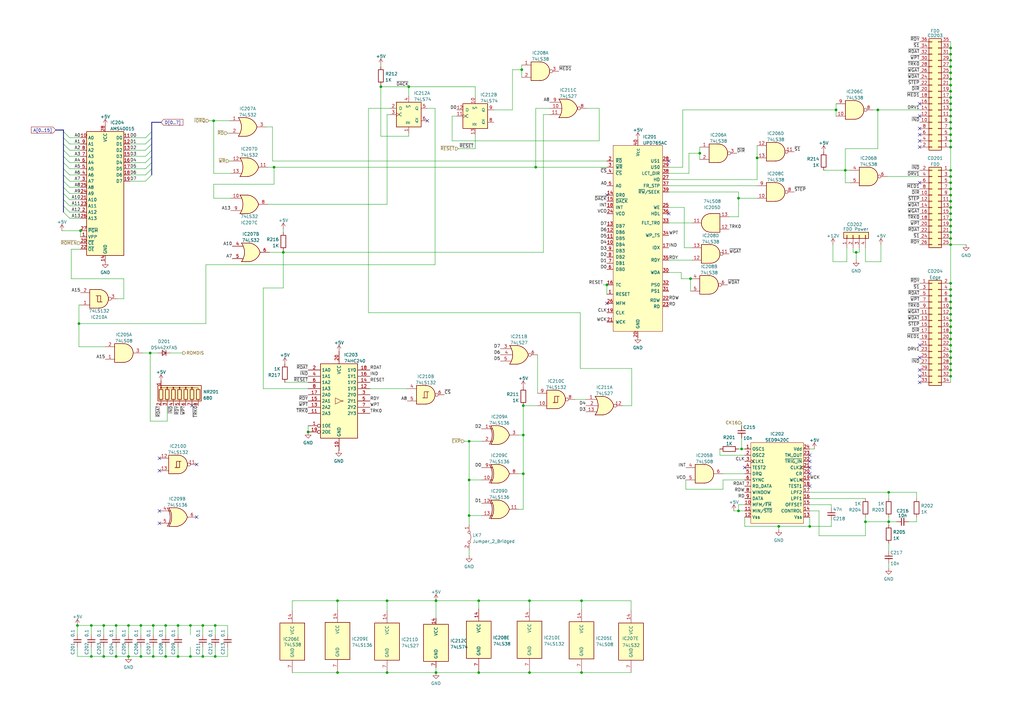
<source format=kicad_sch>
(kicad_sch (version 20230121) (generator eeschema)
  (paper "A3")
  (title_block (title "CPC6128 MC0020x disk interface") (date "2022-08-20") (rev "1") (company "Amstrad plc"))
  (junction (at 304.165 184.15))
  (junction (at 47.625 256.54))
  (junction (at 389.89 52.705))
  (junction (at 196.342 275.844))
  (junction (at 389.89 34.925))
  (junction (at 178.816 275.844))
  (junction (at 389.89 131.445))
  (junction (at 332.105 215.9))
  (junction (at 52.705 269.24))
  (junction (at 73.025 269.24))
  (junction (at 342.9 45.085))
  (junction (at 67.945 256.54))
  (junction (at 52.705 256.54))
  (junction (at 389.89 118.745))
  (junction (at 42.545 269.24))
  (junction (at 88.265 269.24))
  (junction (at 389.89 116.205))
  (junction (at 364.49 201.93))
  (junction (at 389.89 80.01))
  (junction (at 138.43 275.844))
  (junction (at 192.405 196.85))
  (junction (at 389.89 133.985))
  (junction (at 354.965 213.995))
  (junction (at 389.89 100.33))
  (junction (at 389.89 139.065))
  (junction (at 389.89 151.765))
  (junction (at 389.89 29.845))
  (junction (at 62.865 269.24))
  (junction (at 213.995 28.575))
  (junction (at 47.625 269.24))
  (junction (at 351.155 103.505))
  (junction (at 287.02 62.865))
  (junction (at 389.89 47.625))
  (junction (at 214.63 194.31))
  (junction (at 248.92 116.84))
  (junction (at 62.865 256.54))
  (junction (at 389.89 69.85))
  (junction (at 389.89 92.71))
  (junction (at 389.89 90.17))
  (junction (at 156.21 35.56))
  (junction (at 389.89 126.365))
  (junction (at 217.17 275.844))
  (junction (at 73.025 256.54))
  (junction (at 192.405 180.975))
  (junction (at 346.71 69.85))
  (junction (at 126.365 177.165))
  (junction (at 31.75 256.54))
  (junction (at 389.89 27.305))
  (junction (at 116.205 103.505))
  (junction (at 389.89 57.785))
  (junction (at 389.89 141.605))
  (junction (at 389.89 32.385))
  (junction (at 78.105 256.54))
  (junction (at 360.045 45.085))
  (junction (at 112.395 68.58))
  (junction (at 389.89 136.525))
  (junction (at 88.265 256.54))
  (junction (at 389.89 40.005))
  (junction (at 389.89 82.55))
  (junction (at 138.43 246.38))
  (junction (at 389.89 50.165))
  (junction (at 302.895 81.28))
  (junction (at 83.185 269.24))
  (junction (at 389.89 55.245))
  (junction (at 178.816 246.38))
  (junction (at 83.185 256.54))
  (junction (at 158.75 275.844))
  (junction (at 389.89 144.145))
  (junction (at 192.405 211.455))
  (junction (at 389.89 121.285))
  (junction (at 61.595 144.78))
  (junction (at 389.89 149.225))
  (junction (at 214.63 178.435))
  (junction (at 78.105 269.24))
  (junction (at 389.89 154.305))
  (junction (at 389.89 42.545))
  (junction (at 389.89 24.765))
  (junction (at 57.785 256.54))
  (junction (at 389.89 19.685))
  (junction (at 158.75 246.38))
  (junction (at 389.89 128.905))
  (junction (at 238.506 275.844))
  (junction (at 196.342 246.38))
  (junction (at 389.89 74.93))
  (junction (at 37.465 256.54))
  (junction (at 67.945 269.24))
  (junction (at 389.89 85.09))
  (junction (at 389.89 45.085))
  (junction (at 214.63 166.37))
  (junction (at 389.89 60.325))
  (junction (at 389.89 146.685))
  (junction (at 364.49 213.995))
  (junction (at 33.02 94.615))
  (junction (at 217.17 246.38))
  (junction (at 389.89 22.225))
  (junction (at 302.895 209.55))
  (junction (at 389.89 87.63))
  (junction (at 42.545 256.54))
  (junction (at 319.405 215.9))
  (junction (at 32.385 132.715))
  (junction (at 389.89 97.79))
  (junction (at 57.785 269.24))
  (junction (at 238.506 246.38))
  (junction (at 219.71 68.58))
  (junction (at 283.21 114.3))
  (junction (at 167.64 35.56))
  (junction (at 389.89 123.825))
  (junction (at 389.89 77.47))
  (junction (at 389.89 95.25))
  (junction (at 389.89 37.465))
  (junction (at 37.465 269.24))
  (junction (at 389.89 72.39))
  (junction (at 310.515 64.77))
  (junction (at 87.63 49.53))
  (no_connect (at 248.92 124.46))
  (no_connect (at 274.32 87.63))
  (no_connect (at 274.32 66.04))
  (no_connect (at 80.645 190.5))
  (no_connect (at 65.405 187.96))
  (no_connect (at 65.405 193.04))
  (no_connect (at 65.405 214.63))
  (no_connect (at 65.405 209.55))
  (no_connect (at 80.645 212.09))
  (no_connect (at 377.19 55.245))
  (no_connect (at 377.19 57.785))
  (no_connect (at 377.19 60.325))
  (no_connect (at 78.74 166.37))
  (no_connect (at 332.105 191.77))
  (no_connect (at 332.105 189.23))
  (no_connect (at 332.105 186.69))
  (no_connect (at 332.105 194.31))
  (no_connect (at 332.105 199.39))
  (no_connect (at 377.19 47.625))
  (no_connect (at 377.19 52.705))
  (no_connect (at 248.92 80.01))
  (no_connect (at 377.19 74.93))
  (no_connect (at 377.19 151.765))
  (no_connect (at 377.19 154.305))
  (no_connect (at 377.19 156.845))
  (no_connect (at 377.19 141.605))
  (no_connect (at 377.19 146.685))
  (no_connect (at 305.435 191.77))
  (no_connect (at 175.26 49.53))
  (no_connect (at 377.19 42.545))
  (bus_entry (at 26.035 59.055) (size 2.54 2.54))
  (bus_entry (at 62.23 59.055) (size -2.54 2.54))
  (bus_entry (at 26.035 53.975) (size 2.54 2.54))
  (bus_entry (at 26.035 71.755) (size 2.54 2.54))
  (bus_entry (at 62.23 69.215) (size -2.54 2.54))
  (bus_entry (at 62.23 66.675) (size -2.54 2.54))
  (bus_entry (at 26.035 84.455) (size 2.54 2.54))
  (bus_entry (at 62.23 61.595) (size -2.54 2.54))
  (bus_entry (at 26.035 69.215) (size 2.54 2.54))
  (bus_entry (at 26.035 79.375) (size 2.54 2.54))
  (bus_entry (at 62.23 71.755) (size -2.54 2.54))
  (bus_entry (at 62.23 64.135) (size -2.54 2.54))
  (bus_entry (at 26.035 86.995) (size 2.54 2.54))
  (bus_entry (at 26.035 74.295) (size 2.54 2.54))
  (bus_entry (at 26.035 66.675) (size 2.54 2.54))
  (bus_entry (at 26.035 76.835) (size 2.54 2.54))
  (bus_entry (at 26.035 61.595) (size 2.54 2.54))
  (bus_entry (at 62.23 53.975) (size -2.54 2.54))
  (bus_entry (at 26.035 64.135) (size 2.54 2.54))
  (bus_entry (at 62.23 56.515) (size -2.54 2.54))
  (bus_entry (at 26.035 56.515) (size 2.54 2.54))
  (bus_entry (at 26.035 81.915) (size 2.54 2.54))
  (wire (pts (xy 389.89 133.985) (xy 389.89 136.525)))
  (wire (pts (xy 83.185 260.35) (xy 83.185 256.54)))
  (wire (pts (xy 364.49 222.885) (xy 364.49 226.06)))
  (wire (pts (xy 48.26 122.555) (xy 50.8 122.555)))
  (wire (pts (xy 151.13 128.27) (xy 237.998 128.27)))
  (wire (pts (xy 217.17 246.38) (xy 217.17 249.682)))
  (wire (pts (xy 28.575 71.755) (xy 33.02 71.755)))
  (wire (pts (xy 212.725 194.31) (xy 214.63 194.31)))
  (wire (pts (xy 304.165 184.15) (xy 305.435 184.15)))
  (wire (pts (xy 220.472 145.542) (xy 220.472 161.29)))
  (wire (pts (xy 296.545 196.85) (xy 305.435 196.85)))
  (wire (pts (xy 237.998 151.13) (xy 259.08 151.13)))
  (wire (pts (xy 258.826 250.444) (xy 258.826 246.38)))
  (wire (pts (xy 217.17 275.082) (xy 217.17 275.844)))
  (wire (pts (xy 110.49 103.505) (xy 116.205 103.505)))
  (wire (pts (xy 389.89 27.305) (xy 389.89 29.845)))
  (wire (pts (xy 47.625 256.54) (xy 42.545 256.54)))
  (wire (pts (xy 156.21 55.88) (xy 156.21 35.56)))
  (wire (pts (xy 32.385 132.715) (xy 32.385 142.24)))
  (wire (pts (xy 178.435 44.45) (xy 178.435 108.585)))
  (wire (pts (xy 319.405 215.9) (xy 319.405 217.17)))
  (wire (pts (xy 28.575 64.135) (xy 33.02 64.135)))
  (wire (pts (xy 116.205 118.11) (xy 116.205 103.505)))
  (wire (pts (xy 192.405 215.265) (xy 192.405 211.455)))
  (wire (pts (xy 389.89 47.625) (xy 389.89 50.165)))
  (bus (pts (xy 26.035 64.135) (xy 26.035 66.675)))
  (wire (pts (xy 187.96 60.96) (xy 194.945 60.96)))
  (wire (pts (xy 389.89 116.205) (xy 389.89 118.745)))
  (wire (pts (xy 119.888 250.444) (xy 119.888 246.38)))
  (wire (pts (xy 25.4 94.615) (xy 33.02 94.615)))
  (wire (pts (xy 274.32 71.12) (xy 282.575 71.12)))
  (wire (pts (xy 62.865 269.24) (xy 62.865 265.43)))
  (wire (pts (xy 57.785 260.35) (xy 57.785 256.54)))
  (wire (pts (xy 304.165 173.355) (xy 304.165 174.625)))
  (wire (pts (xy 73.025 269.24) (xy 73.025 265.43)))
  (wire (pts (xy 37.465 269.24) (xy 42.545 269.24)))
  (bus (pts (xy 26.035 69.215) (xy 26.035 71.755)))
  (wire (pts (xy 178.435 108.585) (xy 84.455 108.585)))
  (wire (pts (xy 332.105 204.47) (xy 354.965 204.47)))
  (wire (pts (xy 347.345 107.315) (xy 341.63 107.315)))
  (wire (pts (xy 302.895 209.55) (xy 302.895 207.01)))
  (wire (pts (xy 151.13 44.45) (xy 151.13 128.27)))
  (bus (pts (xy 62.23 69.215) (xy 62.23 71.755)))
  (wire (pts (xy 310.515 64.77) (xy 310.515 73.66)))
  (wire (pts (xy 389.89 24.765) (xy 389.89 27.305)))
  (wire (pts (xy 259.08 166.37) (xy 255.524 166.37)))
  (wire (pts (xy 111.76 66.04) (xy 111.76 52.07)))
  (wire (pts (xy 69.85 144.78) (xy 74.93 144.78)))
  (wire (pts (xy 57.785 269.24) (xy 57.785 265.43)))
  (wire (pts (xy 245.745 44.45) (xy 240.665 44.45)))
  (wire (pts (xy 287.02 62.865) (xy 282.575 62.865)))
  (wire (pts (xy 360.045 60.96) (xy 346.71 60.96)))
  (wire (pts (xy 274.32 91.44) (xy 283.845 91.44)))
  (wire (pts (xy 158.75 246.38) (xy 158.75 250.444)))
  (wire (pts (xy 248.92 66.04) (xy 111.76 66.04)))
  (wire (pts (xy 78.105 269.24) (xy 83.185 269.24)))
  (wire (pts (xy 88.265 260.35) (xy 88.265 256.54)))
  (wire (pts (xy 305.435 215.9) (xy 305.435 212.09)))
  (wire (pts (xy 346.71 69.85) (xy 346.71 74.93)))
  (wire (pts (xy 32.385 125.095) (xy 32.385 132.715)))
  (wire (pts (xy 305.435 186.69) (xy 295.275 186.69)))
  (wire (pts (xy 93.98 66.04) (xy 94.615 66.04)))
  (wire (pts (xy 279.4 111.76) (xy 274.32 111.76)))
  (wire (pts (xy 389.89 69.85) (xy 389.89 72.39)))
  (wire (pts (xy 28.575 69.215) (xy 33.02 69.215)))
  (wire (pts (xy 341.63 107.315) (xy 341.63 100.33)))
  (wire (pts (xy 61.595 144.78) (xy 64.77 144.78)))
  (wire (pts (xy 214.63 194.31) (xy 214.63 178.435)))
  (wire (pts (xy 28.575 59.055) (xy 33.02 59.055)))
  (wire (pts (xy 196.342 246.38) (xy 217.17 246.38)))
  (wire (pts (xy 214.63 208.915) (xy 214.63 194.31)))
  (wire (pts (xy 68.58 172.72) (xy 61.595 172.72)))
  (wire (pts (xy 47.625 269.24) (xy 52.705 269.24)))
  (wire (pts (xy 33.02 94.615) (xy 33.02 97.155)))
  (wire (pts (xy 354.965 213.995) (xy 364.49 213.995)))
  (wire (pts (xy 389.89 95.25) (xy 389.89 97.79)))
  (wire (pts (xy 52.705 260.35) (xy 52.705 256.54)))
  (wire (pts (xy 126.365 159.385) (xy 107.95 159.385)))
  (wire (pts (xy 68.58 166.37) (xy 68.58 172.72)))
  (wire (pts (xy 213.995 28.575) (xy 210.185 28.575)))
  (wire (pts (xy 222.885 103.505) (xy 222.885 46.99)))
  (wire (pts (xy 389.89 40.005) (xy 389.89 42.545)))
  (wire (pts (xy 389.89 151.765) (xy 389.89 154.305)))
  (wire (pts (xy 138.43 275.844) (xy 158.75 275.844)))
  (wire (pts (xy 274.32 85.09) (xy 280.67 85.09)))
  (wire (pts (xy 28.575 61.595) (xy 33.02 61.595)))
  (wire (pts (xy 37.465 260.35) (xy 37.465 256.54)))
  (wire (pts (xy 37.465 269.24) (xy 37.465 265.43)))
  (wire (pts (xy 302.895 184.15) (xy 304.165 184.15)))
  (wire (pts (xy 300.99 209.55) (xy 302.895 209.55)))
  (wire (pts (xy 360.045 45.085) (xy 360.045 60.96)))
  (wire (pts (xy 87.63 75.565) (xy 87.63 81.28)))
  (wire (pts (xy 88.265 269.24) (xy 88.265 265.43)))
  (bus (pts (xy 26.035 81.915) (xy 26.035 84.455)))
  (wire (pts (xy 389.89 144.145) (xy 389.89 146.685)))
  (wire (pts (xy 93.345 260.35) (xy 93.345 256.54)))
  (bus (pts (xy 26.035 59.055) (xy 26.035 61.595)))
  (wire (pts (xy 360.045 45.085) (xy 377.19 45.085)))
  (wire (pts (xy 190.5 180.975) (xy 192.405 180.975)))
  (wire (pts (xy 389.89 22.225) (xy 389.89 24.765)))
  (wire (pts (xy 364.49 213.995) (xy 364.49 215.265)))
  (wire (pts (xy 351.155 103.505) (xy 349.885 103.505)))
  (wire (pts (xy 28.575 76.835) (xy 33.02 76.835)))
  (bus (pts (xy 62.23 61.595) (xy 62.23 64.135)))
  (wire (pts (xy 389.89 100.33) (xy 389.89 116.205)))
  (wire (pts (xy 389.89 146.685) (xy 389.89 149.225)))
  (wire (pts (xy 42.545 269.24) (xy 47.625 269.24)))
  (wire (pts (xy 361.315 107.315) (xy 361.315 100.33)))
  (wire (pts (xy 192.405 180.975) (xy 192.405 196.85)))
  (wire (pts (xy 340.995 208.28) (xy 340.995 207.01)))
  (wire (pts (xy 42.545 269.24) (xy 42.545 265.43)))
  (wire (pts (xy 274.32 68.58) (xy 280.035 68.58)))
  (wire (pts (xy 375.92 212.09) (xy 375.92 213.995)))
  (wire (pts (xy 87.63 49.53) (xy 93.98 49.53)))
  (wire (pts (xy 57.785 269.24) (xy 62.865 269.24)))
  (wire (pts (xy 185.42 47.625) (xy 185.42 57.785)))
  (wire (pts (xy 28.575 79.375) (xy 33.02 79.375)))
  (wire (pts (xy 389.89 45.085) (xy 389.89 47.625)))
  (wire (pts (xy 119.888 246.38) (xy 138.43 246.38)))
  (wire (pts (xy 296.545 200.66) (xy 296.545 196.85)))
  (wire (pts (xy 389.89 126.365) (xy 389.89 128.905)))
  (wire (pts (xy 302.895 81.28) (xy 302.895 78.74)))
  (bus (pts (xy 26.035 61.595) (xy 26.035 64.135)))
  (wire (pts (xy 50.8 122.555) (xy 50.8 114.3)))
  (wire (pts (xy 280.67 101.6) (xy 283.845 101.6)))
  (wire (pts (xy 364.49 231.14) (xy 364.49 233.045)))
  (wire (pts (xy 389.89 97.79) (xy 389.89 100.33)))
  (wire (pts (xy 274.32 76.2) (xy 310.515 76.2)))
  (wire (pts (xy 389.89 136.525) (xy 389.89 139.065)))
  (wire (pts (xy 389.89 139.065) (xy 389.89 141.605)))
  (wire (pts (xy 279.4 114.3) (xy 279.4 111.76)))
  (bus (pts (xy 26.035 76.835) (xy 26.035 79.375)))
  (wire (pts (xy 28.575 84.455) (xy 33.02 84.455)))
  (wire (pts (xy 389.89 42.545) (xy 389.89 45.085)))
  (wire (pts (xy 213.995 26.67) (xy 213.995 28.575)))
  (wire (pts (xy 178.816 273.812) (xy 178.816 275.844)))
  (wire (pts (xy 178.816 275.844) (xy 196.342 275.844)))
  (wire (pts (xy 349.885 103.505) (xy 349.885 101.6)))
  (wire (pts (xy 389.89 123.825) (xy 389.89 126.365)))
  (wire (pts (xy 340.995 207.01) (xy 332.105 207.01)))
  (wire (pts (xy 389.89 57.785) (xy 389.89 60.325)))
  (wire (pts (xy 282.575 62.865) (xy 282.575 71.12)))
  (wire (pts (xy 78.105 269.24) (xy 78.105 265.43)))
  (wire (pts (xy 62.865 269.24) (xy 67.945 269.24)))
  (wire (pts (xy 219.71 44.45) (xy 219.71 68.58)))
  (wire (pts (xy 332.105 184.15) (xy 334.01 184.15)))
  (wire (pts (xy 53.34 64.135) (xy 59.69 64.135)))
  (wire (pts (xy 28.575 74.295) (xy 33.02 74.295)))
  (wire (pts (xy 112.395 68.58) (xy 219.71 68.58)))
  (wire (pts (xy 85.725 49.53) (xy 87.63 49.53)))
  (wire (pts (xy 42.545 256.54) (xy 37.465 256.54)))
  (wire (pts (xy 192.405 211.455) (xy 197.485 211.455)))
  (wire (pts (xy 389.89 131.445) (xy 389.89 133.985)))
  (wire (pts (xy 238.506 275.844) (xy 258.826 275.844)))
  (wire (pts (xy 116.205 103.505) (xy 116.205 102.87)))
  (wire (pts (xy 194.945 35.56) (xy 194.945 40.005)))
  (wire (pts (xy 52.705 269.24) (xy 57.785 269.24)))
  (wire (pts (xy 214.63 178.435) (xy 214.63 166.37)))
  (wire (pts (xy 213.995 28.575) (xy 213.995 31.75)))
  (bus (pts (xy 26.035 79.375) (xy 26.035 81.915)))
  (wire (pts (xy 31.75 256.54) (xy 31.75 260.35)))
  (wire (pts (xy 87.63 71.12) (xy 87.63 49.53)))
  (wire (pts (xy 53.34 74.295) (xy 59.69 74.295)))
  (wire (pts (xy 138.43 246.38) (xy 138.43 250.19)))
  (wire (pts (xy 78.105 256.54) (xy 73.025 256.54)))
  (bus (pts (xy 26.035 74.295) (xy 26.035 76.835)))
  (wire (pts (xy 389.89 87.63) (xy 389.89 90.17)))
  (wire (pts (xy 342.9 42.545) (xy 342.9 45.085)))
  (wire (pts (xy 375.92 201.93) (xy 364.49 201.93)))
  (wire (pts (xy 389.89 141.605) (xy 389.89 144.145)))
  (bus (pts (xy 26.035 66.675) (xy 26.035 69.215)))
  (wire (pts (xy 151.765 159.385) (xy 167.005 159.385)))
  (wire (pts (xy 29.21 114.3) (xy 29.21 102.235)))
  (wire (pts (xy 93.345 54.61) (xy 93.98 54.61)))
  (wire (pts (xy 389.89 118.745) (xy 389.89 121.285)))
  (wire (pts (xy 375.92 204.47) (xy 375.92 201.93)))
  (bus (pts (xy 62.23 56.515) (xy 62.23 59.055)))
  (bus (pts (xy 62.23 59.055) (xy 62.23 61.595)))
  (wire (pts (xy 375.92 213.995) (xy 372.745 213.995)))
  (wire (pts (xy 138.43 246.38) (xy 158.75 246.38)))
  (wire (pts (xy 280.67 85.09) (xy 280.67 101.6)))
  (wire (pts (xy 126.365 174.625) (xy 126.365 177.165)))
  (bus (pts (xy 26.035 71.755) (xy 26.035 74.295)))
  (bus (pts (xy 62.23 64.135) (xy 62.23 66.675)))
  (wire (pts (xy 346.71 74.93) (xy 348.615 74.93)))
  (wire (pts (xy 332.105 201.93) (xy 364.49 201.93)))
  (wire (pts (xy 210.185 28.575) (xy 210.185 45.085)))
  (wire (pts (xy 187.325 47.625) (xy 185.42 47.625)))
  (wire (pts (xy 111.76 52.07) (xy 109.22 52.07)))
  (wire (pts (xy 222.885 46.99) (xy 225.425 46.99)))
  (wire (pts (xy 28.575 89.535) (xy 33.02 89.535)))
  (wire (pts (xy 364.49 213.995) (xy 367.665 213.995)))
  (wire (pts (xy 88.265 256.54) (xy 83.185 256.54)))
  (wire (pts (xy 340.995 215.9) (xy 332.105 215.9)))
  (wire (pts (xy 119.888 275.844) (xy 138.43 275.844)))
  (wire (pts (xy 109.855 83.82) (xy 158.75 83.82)))
  (wire (pts (xy 389.89 17.145) (xy 389.89 19.685)))
  (wire (pts (xy 332.105 209.55) (xy 335.915 209.55)))
  (wire (pts (xy 238.506 275.844) (xy 238.506 275.336)))
  (wire (pts (xy 94.615 71.12) (xy 87.63 71.12)))
  (wire (pts (xy 116.205 95.25) (xy 116.205 93.98)))
  (wire (pts (xy 210.185 45.085) (xy 202.565 45.085)))
  (wire (pts (xy 351.155 106.68) (xy 351.155 103.505)))
  (wire (pts (xy 62.865 256.54) (xy 57.785 256.54)))
  (wire (pts (xy 261.62 57.15) (xy 261.62 56.896)))
  (wire (pts (xy 217.17 275.844) (xy 238.506 275.844)))
  (wire (pts (xy 389.89 32.385) (xy 389.89 34.925)))
  (wire (pts (xy 248.92 116.84) (xy 248.92 120.65)))
  (wire (pts (xy 112.395 68.58) (xy 112.395 75.565)))
  (wire (pts (xy 389.89 37.465) (xy 389.89 40.005)))
  (wire (pts (xy 28.575 66.675) (xy 33.02 66.675)))
  (wire (pts (xy 53.34 69.215) (xy 59.69 69.215)))
  (wire (pts (xy 43.18 142.24) (xy 32.385 142.24)))
  (wire (pts (xy 42.545 260.35) (xy 42.545 256.54)))
  (wire (pts (xy 29.21 102.235) (xy 33.02 102.235)))
  (wire (pts (xy 287.02 65.405) (xy 287.02 62.865)))
  (wire (pts (xy 346.71 60.96) (xy 346.71 69.85)))
  (wire (pts (xy 351.155 103.505) (xy 352.425 103.505)))
  (wire (pts (xy 87.63 81.28) (xy 94.615 81.28)))
  (wire (pts (xy 197.485 196.85) (xy 192.405 196.85)))
  (wire (pts (xy 358.14 45.085) (xy 360.045 45.085)))
  (wire (pts (xy 156.21 34.925) (xy 156.21 35.56)))
  (wire (pts (xy 217.17 246.38) (xy 238.506 246.38)))
  (bus (pts (xy 62.23 53.975) (xy 62.23 56.515)))
  (wire (pts (xy 196.342 275.082) (xy 196.342 275.844)))
  (wire (pts (xy 389.89 74.93) (xy 389.89 77.47)))
  (bus (pts (xy 66.04 50.165) (xy 62.23 50.165)))
  (wire (pts (xy 214.63 178.435) (xy 212.725 178.435)))
  (wire (pts (xy 389.89 80.01) (xy 389.89 82.55)))
  (wire (pts (xy 178.435 44.45) (xy 175.26 44.45)))
  (bus (pts (xy 22.86 53.34) (xy 26.035 53.34)))
  (wire (pts (xy 389.89 154.305) (xy 389.89 156.845)))
  (wire (pts (xy 389.89 29.845) (xy 389.89 32.385)))
  (wire (pts (xy 28.575 86.995) (xy 33.02 86.995)))
  (wire (pts (xy 389.89 77.47) (xy 389.89 80.01)))
  (wire (pts (xy 214.63 166.37) (xy 220.472 166.37)))
  (wire (pts (xy 67.945 269.24) (xy 67.945 265.43)))
  (wire (pts (xy 235.712 163.83) (xy 240.284 163.83)))
  (wire (pts (xy 259.08 151.13) (xy 259.08 166.37)))
  (bus (pts (xy 62.23 66.675) (xy 62.23 69.215)))
  (wire (pts (xy 389.89 92.71) (xy 389.89 95.25)))
  (wire (pts (xy 52.705 269.24) (xy 52.705 265.43)))
  (wire (pts (xy 342.9 45.085) (xy 342.9 47.625)))
  (wire (pts (xy 33.02 125.095) (xy 32.385 125.095)))
  (bus (pts (xy 26.035 84.455) (xy 26.035 86.995)))
  (wire (pts (xy 354.965 219.71) (xy 354.965 213.995)))
  (wire (pts (xy 302.895 81.28) (xy 302.895 88.9)))
  (wire (pts (xy 37.465 256.54) (xy 31.75 256.54)))
  (wire (pts (xy 67.945 260.35) (xy 67.945 256.54)))
  (wire (pts (xy 319.405 215.9) (xy 305.435 215.9)))
  (wire (pts (xy 53.34 56.515) (xy 59.69 56.515)))
  (wire (pts (xy 280.035 68.58) (xy 280.035 45.085)))
  (bus (pts (xy 26.035 53.34) (xy 26.035 53.975)))
  (wire (pts (xy 53.34 71.755) (xy 59.69 71.755)))
  (wire (pts (xy 332.105 212.09) (xy 332.105 215.9)))
  (wire (pts (xy 58.42 144.78) (xy 61.595 144.78)))
  (wire (pts (xy 50.8 114.3) (xy 29.21 114.3)))
  (wire (pts (xy 158.75 83.82) (xy 158.75 46.99)))
  (wire (pts (xy 281.305 200.66) (xy 296.545 200.66)))
  (wire (pts (xy 389.89 19.685) (xy 389.89 22.225)))
  (wire (pts (xy 283.21 114.3) (xy 283.21 119.38)))
  (bus (pts (xy 26.035 53.975) (xy 26.035 56.515)))
  (wire (pts (xy 310.515 59.69) (xy 310.515 64.77)))
  (wire (pts (xy 158.75 46.99) (xy 160.02 46.99)))
  (bus (pts (xy 26.035 56.515) (xy 26.035 59.055)))
  (wire (pts (xy 107.95 118.11) (xy 116.205 118.11)))
  (wire (pts (xy 53.34 59.055) (xy 59.69 59.055)))
  (wire (pts (xy 389.89 50.165) (xy 389.89 52.705)))
  (wire (pts (xy 363.855 72.39) (xy 377.19 72.39)))
  (wire (pts (xy 178.816 246.38) (xy 178.816 253.492)))
  (wire (pts (xy 178.816 246.38) (xy 196.342 246.38)))
  (wire (pts (xy 302.895 88.9) (xy 299.085 88.9)))
  (wire (pts (xy 389.89 52.705) (xy 389.89 55.245)))
  (wire (pts (xy 364.49 212.09) (xy 364.49 213.995)))
  (wire (pts (xy 73.025 260.35) (xy 73.025 256.54)))
  (wire (pts (xy 296.545 194.31) (xy 305.435 194.31)))
  (wire (pts (xy 194.945 55.245) (xy 194.945 60.96)))
  (wire (pts (xy 304.165 179.705) (xy 304.165 184.15)))
  (wire (pts (xy 295.275 186.69) (xy 295.275 184.15)))
  (wire (pts (xy 347.345 107.315) (xy 347.345 101.6)))
  (wire (pts (xy 281.305 196.85) (xy 281.305 200.66)))
  (wire (pts (xy 287.02 62.865) (xy 287.02 60.325)))
  (wire (pts (xy 78.105 260.35) (xy 78.105 256.54)))
  (wire (pts (xy 83.185 269.24) (xy 88.265 269.24)))
  (wire (pts (xy 332.105 215.9) (xy 319.405 215.9)))
  (wire (pts (xy 73.025 256.54) (xy 67.945 256.54)))
  (wire (pts (xy 389.89 60.325) (xy 389.89 69.85)))
  (wire (pts (xy 225.425 44.45) (xy 219.71 44.45)))
  (wire (pts (xy 167.64 55.88) (xy 156.21 55.88)))
  (wire (pts (xy 31.75 265.43) (xy 31.75 269.24)))
  (wire (pts (xy 83.185 269.24) (xy 83.185 265.43)))
  (wire (pts (xy 167.64 35.56) (xy 194.945 35.56)))
  (wire (pts (xy 57.785 256.54) (xy 52.705 256.54)))
  (wire (pts (xy 32.385 132.715) (xy 84.455 132.715)))
  (wire (pts (xy 109.855 68.58) (xy 112.395 68.58)))
  (wire (pts (xy 28.575 56.515) (xy 33.02 56.515)))
  (wire (pts (xy 47.625 269.24) (xy 47.625 265.43)))
  (wire (pts (xy 352.425 103.505) (xy 352.425 101.6)))
  (wire (pts (xy 212.725 208.915) (xy 214.63 208.915)))
  (wire (pts (xy 167.64 54.61) (xy 167.64 55.88)))
  (wire (pts (xy 274.32 73.66) (xy 310.515 73.66)))
  (wire (pts (xy 280.035 45.085) (xy 342.9 45.085)))
  (wire (pts (xy 238.506 246.38) (xy 238.506 249.936)))
  (wire (pts (xy 219.71 68.58) (xy 248.92 68.58)))
  (wire (pts (xy 116.205 103.505) (xy 222.885 103.505)))
  (wire (pts (xy 192.405 196.85) (xy 192.405 211.455)))
  (wire (pts (xy 93.345 256.54) (xy 88.265 256.54)))
  (wire (pts (xy 62.865 260.35) (xy 62.865 256.54)))
  (wire (pts (xy 67.945 269.24) (xy 73.025 269.24)))
  (wire (pts (xy 247.396 116.84) (xy 248.92 116.84)))
  (wire (pts (xy 196.342 275.844) (xy 217.17 275.844)))
  (wire (pts (xy 389.89 128.905) (xy 389.89 131.445)))
  (wire (pts (xy 340.995 213.36) (xy 340.995 215.9)))
  (wire (pts (xy 274.32 78.74) (xy 302.895 78.74)))
  (wire (pts (xy 158.75 275.844) (xy 178.816 275.844)))
  (bus (pts (xy 62.23 50.165) (xy 62.23 53.975)))
  (wire (pts (xy 67.945 256.54) (xy 62.865 256.54)))
  (wire (pts (xy 47.625 260.35) (xy 47.625 256.54)))
  (wire (pts (xy 302.895 81.28) (xy 310.515 81.28)))
  (wire (pts (xy 364.49 201.93) (xy 364.49 204.47)))
  (wire (pts (xy 335.915 209.55) (xy 335.915 219.71)))
  (wire (pts (xy 158.75 246.38) (xy 178.816 246.38)))
  (wire (pts (xy 160.02 44.45) (xy 151.13 44.45)))
  (wire (pts (xy 396.24 100.33) (xy 389.89 100.33)))
  (wire (pts (xy 53.34 61.595) (xy 59.69 61.595)))
  (wire (pts (xy 354.965 212.09) (xy 354.965 213.995)))
  (wire (pts (xy 279.4 114.3) (xy 283.21 114.3)))
  (wire (pts (xy 28.575 81.915) (xy 33.02 81.915)))
  (wire (pts (xy 389.89 90.17) (xy 389.89 92.71)))
  (wire (pts (xy 88.265 269.24) (xy 93.345 269.24)))
  (wire (pts (xy 53.34 66.675) (xy 59.69 66.675)))
  (wire (pts (xy 261.62 138.43) (xy 261.62 138.176)))
  (wire (pts (xy 139.065 184.785) (xy 138.938 184.658)))
  (wire (pts (xy 348.615 69.85) (xy 346.71 69.85)))
  (wire (pts (xy 93.345 269.24) (xy 93.345 265.43)))
  (wire (pts (xy 354.965 107.315) (xy 354.965 101.6)))
  (wire (pts (xy 112.395 75.565) (xy 87.63 75.565)))
  (wire (pts (xy 237.998 128.27) (xy 237.998 151.13)))
  (wire (pts (xy 138.43 275.59) (xy 138.43 275.844)))
  (wire (pts (xy 302.895 209.55) (xy 305.435 209.55)))
  (wire (pts (xy 389.89 85.09) (xy 389.89 87.63)))
  (wire (pts (xy 192.405 225.425) (xy 192.405 227.965)))
  (wire (pts (xy 197.485 180.975) (xy 192.405 180.975)))
  (wire (pts (xy 84.455 108.585) (xy 84.455 132.715)))
  (wire (pts (xy 245.745 44.45) (xy 245.745 57.785)))
  (wire (pts (xy 302.895 207.01) (xy 305.435 207.01)))
  (wire (pts (xy 167.64 35.56) (xy 167.64 39.37)))
  (wire (pts (xy 337.82 69.85) (xy 346.71 69.85)))
  (wire (pts (xy 389.89 82.55) (xy 389.89 85.09)))
  (wire (pts (xy 73.025 269.24) (xy 78.105 269.24)))
  (wire (pts (xy 389.89 121.285) (xy 389.89 123.825)))
  (wire (pts (xy 126.365 156.845) (xy 116.84 156.845)))
  (wire (pts (xy 83.185 256.54) (xy 78.105 256.54)))
  (wire (pts (xy 185.42 57.785) (xy 245.745 57.785)))
  (wire (pts (xy 31.75 269.24) (xy 37.465 269.24)))
  (wire (pts (xy 389.89 72.39) (xy 389.89 74.93)))
  (wire (pts (xy 61.595 172.72) (xy 61.595 144.78)))
  (wire (pts (xy 335.915 219.71) (xy 354.965 219.71)))
  (wire (pts (xy 258.826 246.38) (xy 238.506 246.38)))
  (wire (pts (xy 389.89 149.225) (xy 389.89 151.765)))
  (wire (pts (xy 156.21 26.67) (xy 156.21 27.305)))
  (wire (pts (xy 107.95 159.385) (xy 107.95 118.11)))
  (wire (pts (xy 156.21 35.56) (xy 167.64 35.56)))
  (wire (pts (xy 274.32 106.68) (xy 283.845 106.68)))
  (wire (pts (xy 389.89 55.245) (xy 389.89 57.785)))
  (wire (pts (xy 389.89 34.925) (xy 389.89 37.465)))
  (wire (pts (xy 354.965 107.315) (xy 361.315 107.315)))
  (wire (pts (xy 52.705 256.54) (xy 47.625 256.54)))
  (wire (pts (xy 196.342 246.38) (xy 196.342 249.682)))
  (label "INT" (at 281.305 191.77 180))
  (label "~{WDAT}" (at 377.19 85.09 180))
  (label "~{RDY}" (at 126.365 164.465 180))
  (label "D3" (at 53.34 64.135 0))
  (label "~{TRK0}" (at 126.365 169.545 180))
  (label "A12" (at 33.02 86.995 180))
  (label "~{MED1}" (at 229.235 29.21 0))
  (label "VCO" (at 248.92 87.63 180))
  (label "~{CS}" (at 182.245 161.925 0))
  (label "A0" (at 33.02 56.515 180))
  (label "~{S1}" (at 377.19 118.745 180))
  (label "~{DACK}" (at 167.64 35.56 180))
  (label "~{RDAT}" (at 66.04 166.37 270))
  (label "D0" (at 197.485 191.77 180))
  (label "D6" (at 53.34 71.755 0))
  (label "~{RDY}" (at 377.19 116.205 180))
  (label "~{DRV1}" (at 377.19 72.39 180))
  (label "D7" (at 248.92 92.71 180))
  (label "D0" (at 187.325 45.085 180))
  (label "~{RESET}" (at 194.31 60.96 180))
  (label "D0" (at 53.34 56.515 0))
  (label "~{STEP}" (at 377.19 82.55 180))
  (label "~{IND}" (at 377.19 149.225 180))
  (label "D5" (at 248.92 97.79 180))
  (label "~{WDAT}" (at 377.19 32.385 180))
  (label "DRV1" (at 377.19 144.145 180))
  (label "RD" (at 305.435 204.47 180))
  (label "D6" (at 205.232 145.542 180))
  (label "~{WPT}" (at 377.19 92.71 180))
  (label "~{S1}" (at 325.755 62.23 0))
  (label "A13" (at 33.02 89.535 180))
  (label "A0" (at 248.92 76.2 180))
  (label "WPT" (at 151.765 167.005 0))
  (label "A8" (at 33.02 76.835 180))
  (label "D4" (at 240.284 166.37 180))
  (label "~{WDAT}" (at 298.45 116.84 0))
  (label "A10" (at 33.02 81.915 180))
  (label "RDW" (at 305.435 201.93 180))
  (label "CLK" (at 305.435 189.23 180))
  (label "WCK" (at 248.92 132.08 180))
  (label "RDW" (at 274.32 123.19 0))
  (label "A4" (at 33.02 66.675 180))
  (label "D2" (at 53.34 61.595 0))
  (label "RDY" (at 274.32 106.68 0))
  (label "~{WDAT}" (at 377.19 131.445 180))
  (label "~{RESET}" (at 126.365 156.845 180))
  (label "A15" (at 33.02 120.015 180))
  (label "A3" (at 33.02 64.135 180))
  (label "IND" (at 151.765 154.305 0))
  (label "~{RDAT}" (at 377.19 95.25 180))
  (label "~{WGAT}" (at 299.085 104.14 0))
  (label "~{STEP}" (at 377.19 34.925 180))
  (label "~{S1}" (at 377.19 19.685 180))
  (label "D5" (at 205.232 148.082 180))
  (label "~{RDY}" (at 377.19 17.145 180))
  (label "~{MED1}" (at 377.19 139.065 180))
  (label "A9" (at 33.02 79.375 180))
  (label "A2" (at 33.02 61.595 180))
  (label "~{STEP}" (at 325.755 78.74 0))
  (label "RDAT" (at 151.765 151.765 0))
  (label "~{RDAT}" (at 377.19 121.285 180))
  (label "~{DACK}" (at 248.92 82.55 180))
  (label "~{TRK0}" (at 377.19 126.365 180))
  (label "~{WGAT}" (at 377.19 128.905 180))
  (label "~{MED1}" (at 377.19 77.47 180))
  (label "~{TRK0}" (at 377.19 27.305 180))
  (label "~{DIR}" (at 377.19 136.525 180))
  (label "~{TRK0}" (at 81.28 166.37 270))
  (label "D3" (at 248.92 102.87 180))
  (label "TRK0" (at 299.085 93.98 0))
  (label "~{S1}" (at 377.19 97.79 180))
  (label "D5" (at 53.34 69.215 0))
  (label "~{WPT}" (at 76.2 166.37 270))
  (label "WCK" (at 332.105 196.85 0))
  (label "~{RDY}" (at 73.66 166.37 270))
  (label "~{WPT}" (at 126.365 167.005 180))
  (label "IND" (at 274.32 101.6 0))
  (label "~{WGAT}" (at 377.19 87.63 180))
  (label "D2" (at 197.485 175.895 180))
  (label "A7" (at 95.25 106.045 180))
  (label "A5" (at 33.02 69.215 180))
  (label "CLK" (at 248.92 128.27 180))
  (label "~{IND}" (at 377.19 69.85 180))
  (label "D7" (at 205.232 143.002 180))
  (label "RESET" (at 247.396 116.84 180))
  (label "~{TRK0}" (at 377.19 90.17 180))
  (label "A13" (at 94.615 86.36 180))
  (label "A6" (at 33.02 71.755 180))
  (label "D4" (at 248.92 100.33 180))
  (label "A7" (at 33.02 74.295 180))
  (label "~{WPT}" (at 377.19 24.765 180))
  (label "~{IND}" (at 71.12 166.37 270))
  (label "A8" (at 167.005 164.465 180))
  (label "~{STEP}" (at 377.19 133.985 180))
  (label "INT" (at 248.92 85.09 180))
  (label "D2" (at 248.92 105.41 180))
  (label "D7" (at 53.34 74.295 0))
  (label "~{DIR}" (at 302.26 62.865 0))
  (label "A8" (at 225.425 41.91 180))
  (label "VCO" (at 281.305 196.85 180))
  (label "D3" (at 240.284 168.91 180))
  (label "A15" (at 43.18 147.32 180))
  (label "D4" (at 53.34 66.675 0))
  (label "~{WGAT}" (at 377.19 29.845 180))
  (label "RESET" (at 151.765 156.845 0))
  (label "WPT" (at 274.32 96.52 0))
  (label "RDY" (at 151.765 164.465 0))
  (label "~{RDY}" (at 377.19 100.33 180))
  (label "~{CS}" (at 248.92 71.12 180))
  (label "~{DIR}" (at 377.19 80.01 180))
  (label "A11" (at 33.02 84.455 180))
  (label "D1" (at 197.485 206.375 180))
  (label "RDAT" (at 305.435 199.39 180))
  (label "~{DIR}" (at 377.19 37.465 180))
  (label "~{IND}" (at 377.19 50.165 180))
  (label "D6" (at 248.92 95.25 180))
  (label "~{WPT}" (at 377.19 123.825 180))
  (label "D1" (at 248.92 107.95 180))
  (label "DRV1" (at 377.19 45.085 180))
  (label "RD" (at 274.32 125.73 0))
  (label "~{RDAT}" (at 377.19 22.225 180))
  (label "~{RDAT}" (at 126.365 151.765 180))
  (label "D1" (at 53.34 59.055 0))
  (label "TRK0" (at 151.765 169.545 0))
  (label "~{MED1}" (at 377.19 40.005 180))
  (label "A10" (at 95.25 100.965 180))
  (label "D0" (at 248.92 110.49 180))
  (label "A1" (at 33.02 59.055 180))
  (label "~{IND}" (at 126.365 154.305 180))
  (global_label "D[0..7]" (shape input) (at 66.04 50.165 0) (property "Intersheetrefs" "${INTERSHEET_REFS}" (effects hide)))
  (global_label "A[0..15]" (shape input) (at 22.86 53.34 180) (property "Intersheetrefs" "${INTERSHEET_REFS}" (effects hide)))
  (hierarchical_label "~{WR}" (shape input) (at 93.98 66.04 180))
  (hierarchical_label "~{ROMEN}" (shape input) (at 33.02 99.695 180))
  (hierarchical_label "~{EXP}" (shape input) (at 190.5 180.975 180))
  (hierarchical_label "CK16" (shape input) (at 304.165 173.355 180))
  (hierarchical_label "ROMDIS" (shape output) (at 74.93 144.78 0))
  (hierarchical_label "~{RD}" (shape input) (at 93.345 54.61 180))
  (hierarchical_label "~{IORQ}" (shape input) (at 85.725 49.53 180))
  (hierarchical_label "~{RESET}" (shape input) (at 187.96 60.96 180))
  (symbol (lib_id "Device:C_Small") (at 31.75 262.89 180) (unit 1)
    (property "Reference" "C201" (at 29.845 266.065 90))
    (property "Value" "0.1" (at 29.845 259.715 90))
    (property "Footprint" "Capacitor_THT:C_Disc_D4.3mm_W1.9mm_P5.00mm" (effects hide))
  )
  (symbol (lib_id "Device:C_Small") (at 47.625 262.89 180) (unit 1)
    (property "Reference" "C204" (at 45.72 266.065 90))
    (property "Value" "0.1" (at 45.72 259.715 90))
    (property "Footprint" "Capacitor_THT:C_Disc_D4.3mm_W1.9mm_P5.00mm" (effects hide))
  )
  (symbol (lib_id "Device:C_Small") (at 88.265 262.89 180) (unit 1)
    (property "Reference" "C212" (at 86.36 266.065 90))
    (property "Value" "0.1" (at 86.36 259.715 90))
    (property "Footprint" "Capacitor_THT:C_Disc_D4.3mm_W1.9mm_P5.00mm" (effects hide))
  )
  (symbol (lib_id "power:GND") (at 396.24 100.33 0) (mirror y) (unit 1)
    (property "Reference" "#PWR0222" (effects hide))
    (property "Value" "GND" (at 396.24 104.7734 0))
  )
  (symbol (lib_id "Connector_Generic:Conn_02x13_Odd_Even") (at 384.81 85.09 0) (mirror y) (unit 1)
    (property "Reference" "CD201" (at 383.54 64.8802 0))
    (property "Value" "FDD" (at 383.54 67.4171 0))
    (property "Footprint" "Connector_IDC:IDC-Header_2x13_P2.54mm_Vertical" (effects hide))
  )
  (symbol (lib_id "Memory_EPROM:27C128") (at 43.18 79.375 0) (unit 1)
    (property "Reference" "IC204" (at 45.1994 50.2752 0) (effects (justify left)))
    (property "Value" "AMS40015" (at 45.1994 52.8121 0) (effects (justify left)))
    (property "Footprint" "Package_DIP:DIP-28_W15.24mm" (effects hide))
    (property "Datasheet" "http://ww1.microchip.com/downloads/en/devicedoc/11003L.pdf" (effects hide))
  )
  (symbol (lib_id "74xx:74LS38") (at 356.235 72.39 0) (unit 2)
    (property "Reference" "IC206" (at 356.235 64.8802 0))
    (property "Value" "74LS38" (at 356.235 67.4171 0))
    (property "Footprint" "Package_DIP:DIP-14_W7.62mm" (effects hide))
    (property "Datasheet" "http://www.ti.com/lit/gpn/sn74LS38" (effects hide))
  )
  (symbol (lib_id "Device:C_Small") (at 370.205 213.995 90) (mirror x) (unit 1)
    (property "Reference" "C216" (at 370.205 209.55 90))
    (property "Value" "10n" (at 370.205 211.455 90))
    (property "Footprint" "Capacitor_THT:C_Rect_L7.0mm_W2.0mm_P5.00mm" (effects hide))
  )
  (symbol (lib_id "74xx:74LS32") (at 101.6 52.07 0) (unit 1)
    (property "Reference" "IC207" (at 101.6 44.5602 0))
    (property "Value" "74LS32" (at 101.6 47.0971 0))
    (property "Footprint" "Package_DIP:DIP-14_W7.62mm" (effects hide))
    (property "Datasheet" "http://www.ti.com/lit/gpn/sn74LS32" (effects hide))
  )
  (symbol (lib_id "Device:R") (at 364.49 219.075 0) (unit 1)
    (property "Reference" "R205" (at 366.268 218.2403 0) (effects (justify left)))
    (property "Value" "1K" (at 366.268 220.7772 0) (effects (justify left)))
    (property "Footprint" "Resistor_THT:R_Axial_DIN0207_L6.3mm_D2.5mm_P10.16mm_Horizontal" (effects hide))
  )
  (symbol (lib_id "74xx:74LS32") (at 102.87 103.505 0) (unit 2)
    (property "Reference" "IC207" (at 102.87 95.9952 0))
    (property "Value" "74LS32" (at 102.87 98.5321 0))
    (property "Footprint" "Package_DIP:DIP-14_W7.62mm" (effects hide))
    (property "Datasheet" "http://www.ti.com/lit/gpn/sn74LS32" (effects hide))
  )
  (symbol (lib_id "Device:C_Small") (at 304.165 177.165 0) (mirror y) (unit 1)
    (property "Reference" "C215" (at 307.34 175.26 0))
    (property "Value" "10n" (at 306.705 179.705 0))
    (property "Footprint" "Capacitor_THT:C_Rect_L7.0mm_W2.0mm_P5.00mm" (effects hide))
  )
  (symbol (lib_id "74xx:74LS38") (at 290.83 116.84 0) (unit 2)
    (property "Reference" "IC208" (at 290.83 109.3302 0))
    (property "Value" "74LS38" (at 290.83 111.8671 0))
    (property "Footprint" "Package_DIP:DIP-14_W7.62mm" (effects hide))
    (property "Datasheet" "http://www.ti.com/lit/gpn/sn74LS38" (effects hide))
  )
  (symbol (lib_id "power:+5V") (at 178.816 246.38 0) (unit 1)
    (property "Reference" "#PWR0214" (effects hide))
    (property "Value" "+5V" (at 178.816 242.8042 0))
  )
  (symbol (lib_id "74xx:74LS27") (at 158.75 263.144 0) (unit 4)
    (property "Reference" "IC211" (at 164.592 262.3093 0) (effects (justify left)))
    (property "Value" "74LS27" (at 164.592 264.8462 0) (effects (justify left)))
    (property "Footprint" "Package_DIP:DIP-14_W7.62mm" (effects hide))
    (property "Datasheet" "http://www.ti.com/lit/gpn/sn74LS27" (effects hide))
  )
  (symbol (lib_id "power:+5V") (at 116.84 149.225 0) (unit 1)
    (property "Reference" "#PWR0228" (effects hide))
    (property "Value" "+5V" (at 116.84 145.6492 0))
  )
  (symbol (lib_id "Device:C_Small") (at 83.185 262.89 180) (unit 1)
    (property "Reference" "C211" (at 81.28 266.065 90))
    (property "Value" "0.1" (at 81.28 259.715 90))
    (property "Footprint" "Capacitor_THT:C_Disc_D4.3mm_W1.9mm_P5.00mm" (effects hide))
  )
  (symbol (lib_id "74xx:74LS38") (at 196.342 262.382 0) (unit 5)
    (property "Reference" "IC208" (at 202.184 261.5473 0) (effects (justify left)))
    (property "Value" "74LS38" (at 202.184 264.0842 0) (effects (justify left)))
    (property "Footprint" "Package_DIP:DIP-14_W7.62mm" (effects hide))
    (property "Datasheet" "http://www.ti.com/lit/gpn/sn74LS38" (effects hide))
  )
  (symbol (lib_id "74xx:74HC240") (at 139.065 164.465 0) (unit 1)
    (property "Reference" "IC203" (at 141.0844 145.5252 0) (effects (justify left)))
    (property "Value" "74HC240" (at 141.0844 148.0621 0) (effects (justify left)))
    (property "Footprint" "Package_DIP:DIP-20_W7.62mm" (effects hide))
    (property "Datasheet" "https://assets.nexperia.com/documents/data-sheet/74HC_HCT240.pdf" (effects hide))
  )
  (symbol (lib_id "74xx:74LS136") (at 205.105 194.31 0) (unit 3)
    (property "Reference" "IC209" (at 204.8002 186.8002 0))
    (property "Value" "74LS136" (at 204.8002 189.3371 0))
    (property "Footprint" "Package_DIP:DIP-14_W7.62mm" (effects hide))
    (property "Datasheet" "http://www.ti.com/lit/ds/symlink/sn54ls136.pdf" (effects hide))
  )
  (symbol (lib_id "Connector_Generic:Conn_02x17_Odd_Even") (at 382.27 136.525 0) (unit 1)
    (property "Reference" "CD204" (at 383.54 111.2352 0))
    (property "Value" "Edge" (at 383.54 113.7721 0))
    (property "Footprint" "Amstrad-CPC:Edge_Conn_2x17" (effects hide))
  )
  (symbol (lib_id "power:GND") (at 178.816 275.844 0) (unit 1)
    (property "Reference" "#PWR0215" (effects hide))
    (property "Value" "GND" (at 178.816 280.2874 0))
  )
  (symbol (lib_id "74xx:74LS136") (at 138.43 262.89 0) (unit 5)
    (property "Reference" "IC209" (at 144.272 262.0553 0) (effects (justify left)))
    (property "Value" "74LS136" (at 144.272 264.5922 0) (effects (justify left)))
    (property "Footprint" "Package_DIP:DIP-14_W7.62mm" (effects hide))
    (property "Datasheet" "http://www.ti.com/lit/ds/symlink/sn54ls136.pdf" (effects hide))
  )
  (symbol (lib_id "Device:C_Small") (at 364.49 228.6 0) (mirror y) (unit 1)
    (property "Reference" "C217" (at 367.665 226.695 0))
    (property "Value" "10n" (at 367.03 231.14 0))
    (property "Footprint" "Capacitor_THT:C_Rect_L7.0mm_W2.0mm_P5.00mm" (effects hide))
  )
  (symbol (lib_id "74xx:74LS32") (at 102.235 68.58 0) (unit 4)
    (property "Reference" "IC207" (at 102.235 61.0702 0))
    (property "Value" "74LS32" (at 102.235 63.6071 0))
    (property "Footprint" "Package_DIP:DIP-14_W7.62mm" (effects hide))
    (property "Datasheet" "http://www.ti.com/lit/gpn/sn74LS32" (effects hide))
  )
  (symbol (lib_id "74xx:74LS136") (at 205.105 178.435 0) (unit 1)
    (property "Reference" "IC209" (at 204.8002 170.9252 0))
    (property "Value" "74LS136" (at 204.8002 173.4621 0))
    (property "Footprint" "Package_DIP:DIP-14_W7.62mm" (effects hide))
    (property "Datasheet" "http://www.ti.com/lit/ds/symlink/sn54ls136.pdf" (effects hide))
  )
  (symbol (lib_id "power:GND") (at 261.62 138.176 0) (unit 1)
    (property "Reference" "#PWR0210" (effects hide))
    (property "Value" "GND" (at 261.62 142.6194 0))
  )
  (symbol (lib_id "power:+12V") (at 341.63 100.33 0) (unit 1)
    (property "Reference" "#PWR0232" (effects hide))
    (property "Value" "+12V" (at 341.63 96.7542 0))
  )
  (symbol (lib_id "Device:C_Small") (at 340.995 210.82 0) (mirror y) (unit 1)
    (property "Reference" "C218" (at 344.17 212.725 0))
    (property "Value" "47n" (at 343.535 208.915 0))
    (property "Footprint" "Capacitor_THT:C_Rect_L7.0mm_W2.0mm_P5.00mm" (effects hide))
  )
  (symbol (lib_id "74xx:74LS38") (at 318.135 78.74 0) (unit 3)
    (property "Reference" "IC208" (at 318.135 71.2302 0))
    (property "Value" "74LS38" (at 318.135 73.7671 0))
    (property "Footprint" "Package_DIP:DIP-14_W7.62mm" (effects hide))
    (property "Datasheet" "http://www.ti.com/lit/gpn/sn74LS38" (effects hide))
  )
  (symbol (lib_id "power:+5V") (at 361.315 100.33 0) (unit 1)
    (property "Reference" "#PWR0233" (effects hide))
    (property "Value" "+5V" (at 361.315 96.7542 0))
  )
  (symbol (lib_id "Device:R") (at 364.49 208.28 0) (unit 1)
    (property "Reference" "R203" (at 362.712 209.1147 0) (effects (justify right)))
    (property "Value" "1K" (at 362.712 206.5778 0) (effects (justify right)))
    (property "Footprint" "Resistor_THT:R_Axial_DIN0207_L6.3mm_D2.5mm_P10.16mm_Horizontal" (effects hide))
  )
  (symbol (lib_id "74xx:74LS08") (at 288.925 194.31 0) (unit 2)
    (property "Reference" "IC205" (at 288.925 186.8002 0))
    (property "Value" "74LS08" (at 288.925 189.3371 0))
    (property "Footprint" "Package_DIP:DIP-14_W7.62mm" (effects hide))
    (property "Datasheet" "http://www.ti.com/lit/gpn/sn74LS08" (effects hide))
  )
  (symbol (lib_id "Device:R") (at 214.63 162.56 0) (mirror x) (unit 1)
    (property "Reference" "R211" (at 212.852 161.7253 0) (effects (justify right)))
    (property "Value" "1K" (at 212.852 164.2622 0) (effects (justify right)))
    (property "Footprint" "Resistor_THT:R_Axial_DIN0207_L6.3mm_D2.5mm_P10.16mm_Horizontal" (effects hide))
  )
  (symbol (lib_id "74xx:74LS08") (at 238.506 262.636 0) (unit 5)
    (property "Reference" "IC205" (at 244.348 261.8013 0) (effects (justify left)))
    (property "Value" "74LS08" (at 244.348 264.3382 0) (effects (justify left)))
    (property "Footprint" "Package_DIP:DIP-14_W7.62mm" (effects hide))
    (property "Datasheet" "http://www.ti.com/lit/gpn/sn74LS08" (effects hide))
  )
  (symbol (lib_id "74xx:74LS38") (at 294.64 62.865 0) (unit 1)
    (property "Reference" "IC206" (at 294.64 55.3552 0))
    (property "Value" "74LS38" (at 294.64 57.8921 0))
    (property "Footprint" "Package_DIP:DIP-14_W7.62mm" (effects hide))
    (property "Datasheet" "http://www.ti.com/lit/gpn/sn74LS38" (effects hide))
  )
  (symbol (lib_id "74xx:74LS132") (at 217.17 262.382 0) (unit 5)
    (property "Reference" "IC210" (at 223.012 261.5473 0) (effects (justify left)))
    (property "Value" "74LS132" (at 223.012 264.0842 0) (effects (justify left)))
    (property "Footprint" "Package_DIP:DIP-14_W7.62mm" (effects hide))
    (property "Datasheet" "http://www.ti.com/lit/gpn/sn74LS132" (effects hide))
  )
  (symbol (lib_id "74xx:74LS38") (at 221.615 29.21 0) (unit 1)
    (property "Reference" "IC208" (at 221.615 21.7002 0))
    (property "Value" "74LS38" (at 221.615 24.2371 0))
    (property "Footprint" "Package_DIP:DIP-14_W7.62mm" (effects hide))
    (property "Datasheet" "http://www.ti.com/lit/gpn/sn74LS38" (effects hide))
  )
  (symbol (lib_id "74xx:74LS27") (at 233.045 44.45 0) (unit 3)
    (property "Reference" "IC211" (at 233.045 36.9402 0))
    (property "Value" "74LS27" (at 233.045 39.4771 0))
    (property "Footprint" "Package_DIP:DIP-14_W7.62mm" (effects hide))
    (property "Datasheet" "http://www.ti.com/lit/gpn/sn74LS27" (effects hide))
  )
  (symbol (lib_id "power:GND") (at 319.405 217.17 0) (unit 1)
    (property "Reference" "#PWR0212" (effects hide))
    (property "Value" "GND" (at 319.405 221.6134 0))
  )
  (symbol (lib_id "74xx:74LS74") (at 178.816 263.652 0) (unit 3)
    (property "Reference" "IC212" (at 184.658 262.8173 0) (effects (justify left)))
    (property "Value" "74LS74" (at 184.658 265.3542 0) (effects (justify left)))
    (property "Footprint" "Package_DIP:DIP-14_W7.62mm" (effects hide))
    (property "Datasheet" "74xx/74hc_hct74.pdf" (effects hide))
  )
  (symbol (lib_id "Device:C_Small") (at 93.345 262.89 180) (unit 1)
    (property "Reference" "C213" (at 91.44 266.065 90))
    (property "Value" "0.1" (at 91.44 259.715 90))
    (property "Footprint" "Capacitor_THT:C_Disc_D4.3mm_W1.9mm_P5.00mm" (effects hide))
  )
  (symbol (lib_id "Device:R_Network07") (at 73.66 161.29 0) (unit 1)
    (property "Reference" "NR201" (at 83.312 160.7093 0) (effects (justify left)))
    (property "Value" "680" (at 83.312 163.2462 0) (effects (justify left)))
    (property "Footprint" "Resistor_THT:R_Array_SIP8" (effects hide))
    (property "Datasheet" "http://www.vishay.com/docs/31509/csc.pdf" (effects hide))
  )
  (symbol (lib_id "74xx:74LS38") (at 350.52 45.085 0) (unit 3)
    (property "Reference" "IC206" (at 350.52 37.5752 0))
    (property "Value" "74LS38" (at 350.52 40.1121 0))
    (property "Footprint" "Package_DIP:DIP-14_W7.62mm" (effects hide))
    (property "Datasheet" "http://www.ti.com/lit/gpn/sn74LS38" (effects hide))
  )
  (symbol (lib_id "Device:R") (at 337.82 66.04 0) (mirror x) (unit 1)
    (property "Reference" "R214" (at 336.042 65.2053 0) (effects (justify right)))
    (property "Value" "1K" (at 336.042 67.7422 0) (effects (justify right)))
    (property "Footprint" "Resistor_THT:R_Axial_DIN0207_L6.3mm_D2.5mm_P10.16mm_Horizontal" (effects hide))
  )
  (symbol (lib_id "74xx:74LS136") (at 205.105 208.915 0) (unit 4)
    (property "Reference" "IC209" (at 204.8002 201.4052 0))
    (property "Value" "74LS136" (at 204.8002 203.9421 0))
    (property "Footprint" "Package_DIP:DIP-14_W7.62mm" (effects hide))
    (property "Datasheet" "http://www.ti.com/lit/ds/symlink/sn54ls136.pdf" (effects hide))
  )
  (symbol (lib_id "74xx:74LS32") (at 258.826 263.144 0) (unit 5)
    (property "Reference" "IC207" (at 258.572 261.874 0))
    (property "Value" "74LS32" (at 258.826 264.668 0))
    (property "Footprint" "Package_DIP:DIP-14_W7.62mm" (effects hide))
    (property "Datasheet" "http://www.ti.com/lit/gpn/sn74LS32" (effects hide))
  )
  (symbol (lib_id "Device:C_Small") (at 67.945 262.89 180) (unit 1)
    (property "Reference" "C208" (at 66.04 266.065 90))
    (property "Value" "0.1" (at 66.04 259.715 90))
    (property "Footprint" "Capacitor_THT:C_Disc_D4.3mm_W1.9mm_P5.00mm" (effects hide))
  )
  (symbol (lib_id "74xx:74LS08") (at 291.465 91.44 180) (unit 4)
    (property "Reference" "IC205" (at 292.1 85.09 0))
    (property "Value" "74LS08" (at 292.1 82.5531 0))
    (property "Footprint" "Package_DIP:DIP-14_W7.62mm" (effects hide))
    (property "Datasheet" "http://www.ti.com/lit/gpn/sn74LS08" (effects hide))
  )
  (symbol (lib_id "74xx:74LS136") (at 73.025 212.09 0) (unit 2)
    (property "Reference" "IC209" (at 72.7202 204.5802 0))
    (property "Value" "74LS136" (at 72.7202 207.1171 0))
    (property "Footprint" "Package_DIP:DIP-14_W7.62mm" (effects hide))
    (property "Datasheet" "http://www.ti.com/lit/ds/symlink/sn54ls136.pdf" (effects hide))
  )
  (symbol (lib_id "power:+5V") (at 25.4 94.615 0) (unit 1)
    (property "Reference" "#PWR0206" (effects hide))
    (property "Value" "+5V" (at 25.4 91.0392 0))
  )
  (symbol (lib_id "Device:R") (at 354.965 208.28 0) (unit 1)
    (property "Reference" "R204" (at 353.187 209.1147 0) (effects (justify right)))
    (property "Value" "1K" (at 353.187 206.5778 0) (effects (justify right)))
    (property "Footprint" "Resistor_THT:R_Axial_DIN0207_L6.3mm_D2.5mm_P10.16mm_Horizontal" (effects hide))
  )
  (symbol (lib_id "power:+5V") (at 66.04 156.21 0) (unit 1)
    (property "Reference" "#PWR0226" (effects hide))
    (property "Value" "+5V" (at 66.04 152.6342 0))
  )
  (symbol (lib_id "Device:C_Small") (at 57.785 262.89 180) (unit 1)
    (property "Reference" "C206" (at 55.88 266.065 90))
    (property "Value" "0.1" (at 55.88 259.715 90))
    (property "Footprint" "Capacitor_THT:C_Disc_D4.3mm_W1.9mm_P5.00mm" (effects hide))
  )
  (symbol (lib_id "74xx:74LS38") (at 119.888 263.144 0) (unit 5)
    (property "Reference" "IC206" (at 116.078 262.128 0) (effects (justify left)))
    (property "Value" "74LS38" (at 116.332 264.414 0) (effects (justify left)))
    (property "Footprint" "Package_DIP:DIP-14_W7.62mm" (effects hide))
    (property "Datasheet" "http://www.ti.com/lit/gpn/sn74LS38" (effects hide))
  )
  (symbol (lib_id "74xx:74LS74") (at 167.64 46.99 0) (unit 1)
    (property "Reference" "IC212" (at 169.6594 38.2102 0) (effects (justify left)))
    (property "Value" "74LS74" (at 169.6594 40.7471 0) (effects (justify left)))
    (property "Footprint" "Package_DIP:DIP-14_W7.62mm" (effects hide))
    (property "Datasheet" "74xx/74hc_hct74.pdf" (effects hide))
  )
  (symbol (lib_id "74xx:74LS27") (at 247.904 166.37 0) (unit 1)
    (property "Reference" "IC211" (at 247.904 158.8602 0))
    (property "Value" "74LS27" (at 247.904 161.3971 0))
    (property "Footprint" "Package_DIP:DIP-14_W7.62mm" (effects hide))
    (property "Datasheet" "http://www.ti.com/lit/gpn/sn74LS27" (effects hide))
  )
  (symbol (lib_id "74xx:74LS132") (at 40.64 122.555 0) (mirror x) (unit 1)
    (property "Reference" "IC210" (at 40.64 130.0648 0))
    (property "Value" "74LS132" (at 40.64 127.5279 0))
    (property "Footprint" "Package_DIP:DIP-14_W7.62mm" (effects hide))
    (property "Datasheet" "http://www.ti.com/lit/gpn/sn74LS132" (effects hide))
  )
  (symbol (lib_id "Device:R") (at 299.085 184.15 270) (mirror x) (unit 1)
    (property "Reference" "R201" (at 299.085 179.4342 90))
    (property "Value" "1K" (at 299.085 181.9711 90))
    (property "Footprint" "Resistor_THT:R_Axial_DIN0207_L6.3mm_D2.5mm_P10.16mm_Horizontal" (effects hide))
  )
  (symbol (lib_id "74xx:74LS132") (at 228.092 163.83 0) (unit 3)
    (property "Reference" "IC210" (at 228.092 156.3202 0))
    (property "Value" "74LS132" (at 228.092 158.8571 0))
    (property "Footprint" "Package_DIP:DIP-14_W7.62mm" (effects hide))
    (property "Datasheet" "http://www.ti.com/lit/gpn/sn74LS132" (effects hide))
  )
  (symbol (lib_id "Device:R") (at 116.205 99.06 0) (mirror x) (unit 1)
    (property "Reference" "R216" (at 114.427 98.2253 0) (effects (justify right)))
    (property "Value" "1K" (at 114.427 100.7622 0) (effects (justify right)))
    (property "Footprint" "Resistor_THT:R_Axial_DIN0207_L6.3mm_D2.5mm_P10.16mm_Horizontal" (effects hide))
  )
  (symbol (lib_id "74xx:74LS74") (at 194.945 47.625 0) (unit 2)
    (property "Reference" "IC212" (at 196.9644 38.8452 0) (effects (justify left)))
    (property "Value" "74LS74" (at 196.9644 41.3821 0) (effects (justify left)))
    (property "Footprint" "Package_DIP:DIP-14_W7.62mm" (effects hide))
    (property "Datasheet" "74xx/74hc_hct74.pdf" (effects hide))
  )
  (symbol (lib_name "R_1") (lib_id "Device:R") (at 375.92 208.28 0) (mirror y) (unit 1)
    (property "Reference" "R202" (at 377.698 207.4453 0) (effects (justify right)))
    (property "Value" "1K" (at 377.698 209.9822 0) (effects (justify right)))
    (property "Footprint" "Resistor_THT:R_Axial_DIN0207_L6.3mm_D2.5mm_P10.16mm_Horizontal" (effects hide))
  )
  (symbol (lib_id "power:+5V") (at 139.065 144.145 0) (unit 1)
    (property "Reference" "#PWR0219" (effects hide))
    (property "Value" "+5V" (at 139.065 140.5692 0))
  )
  (symbol (lib_id "74xx:74LS38") (at 291.465 104.14 0) (mirror x) (unit 4)
    (property "Reference" "IC208" (at 291.465 96.6302 0))
    (property "Value" "74LS38" (at 291.465 99.1671 0))
    (property "Footprint" "Package_DIP:DIP-14_W7.62mm" (effects hide))
    (property "Datasheet" "http://www.ti.com/lit/gpn/sn74LS38" (effects hide))
  )
  (symbol (lib_id "74xx:74LS27") (at 212.852 145.542 0) (unit 2)
    (property "Reference" "IC211" (at 212.852 138.0322 0))
    (property "Value" "74LS27" (at 212.852 140.5691 0))
    (property "Footprint" "Package_DIP:DIP-14_W7.62mm" (effects hide))
    (property "Datasheet" "http://www.ti.com/lit/gpn/sn74LS27" (effects hide))
  )
  (symbol (lib_id "Device:R") (at 116.84 153.035 0) (mirror x) (unit 1)
    (property "Reference" "R217" (at 115.062 153.8697 0) (effects (justify right)))
    (property "Value" "1K" (at 115.062 151.3328 0) (effects (justify right)))
    (property "Footprint" "Resistor_THT:R_Axial_DIN0207_L6.3mm_D2.5mm_P10.16mm_Horizontal" (effects hide))
  )
  (symbol (lib_id "power:+5V") (at 31.75 256.54 0) (unit 1)
    (property "Reference" "#PWR0201" (effects hide))
    (property "Value" "+5V" (at 31.75 252.9642 0))
  )
  (symbol (lib_id "power:GND") (at 43.18 107.315 0) (unit 1)
    (property "Reference" "#PWR0217" (effects hide))
    (property "Value" "GND" (at 43.18 111.7584 0))
  )
  (symbol (lib_id "Connector_Generic:Conn_02x18_Odd_Even") (at 384.81 40.005 180) (unit 1)
    (property "Reference" "CD203" (at 383.54 14.605 0))
    (property "Value" "FDD" (at 383.54 12.7 0))
    (property "Footprint" "Amstrad-CPC:36-PIN-CENTRONICS" (effects hide))
  )
  (symbol (lib_id "Device:R") (at 156.21 31.115 180) (unit 1)
    (property "Reference" "R212" (at 157.988 30.2803 0) (effects (justify right)))
    (property "Value" "1K" (at 157.988 32.8172 0) (effects (justify right)))
    (property "Footprint" "Resistor_THT:R_Axial_DIN0207_L6.3mm_D2.5mm_P10.16mm_Horizontal" (effects hide))
  )
  (symbol (lib_id "Device:C_Small") (at 37.465 262.89 180) (unit 1)
    (property "Reference" "C202" (at 35.56 266.065 90))
    (property "Value" "0.1" (at 35.56 259.715 90))
    (property "Footprint" "Capacitor_THT:C_Disc_D4.3mm_W1.9mm_P5.00mm" (effects hide))
  )
  (symbol (lib_id "power:+5V") (at 300.99 209.55 0) (unit 1)
    (property "Reference" "#PWR0213" (effects hide))
    (property "Value" "+5V" (at 300.99 205.9742 0))
  )
  (symbol (lib_id "Device:C_Small") (at 42.545 262.89 180) (unit 1)
    (property "Reference" "C203" (at 40.64 266.065 90))
    (property "Value" "0.1" (at 40.64 259.715 90))
    (property "Footprint" "Capacitor_THT:C_Disc_D4.3mm_W1.9mm_P5.00mm" (effects hide))
  )
  (symbol (lib_id "power:GND") (at 52.705 269.24 0) (unit 1)
    (property "Reference" "#PWR0193" (effects hide))
    (property "Value" "GND" (at 52.705 273.6834 0))
  )
  (symbol (lib_id "power:+5V") (at 337.82 62.23 0) (unit 1)
    (property "Reference" "#PWR0225" (effects hide))
    (property "Value" "+5V" (at 337.82 58.6542 0))
  )
  (symbol (lib_id "power:+5V") (at 43.18 51.435 0) (unit 1)
    (property "Reference" "#PWR0207" (effects hide))
    (property "Value" "+5V" (at 43.18 47.8592 0))
  )
  (symbol (lib_id "power:+5V") (at 116.205 93.98 0) (unit 1)
    (property "Reference" "#PWR0227" (effects hide))
    (property "Value" "+5V" (at 116.205 90.4042 0))
  )
  (symbol (lib_id "CPC_Kicad_symbols:UPD765AC") (at 261.62 97.79 0) (unit 1)
    (property "Reference" "IC201" (at 263.6394 56.1172 0) (effects (justify left)))
    (property "Value" "UPD765AC" (at 263.6394 58.6541 0) (effects (justify left)))
    (property "Footprint" "Package_DIP:DIP-40_W15.24mm" (effects hide))
  )
  (symbol (lib_id "74xx:74LS32") (at 102.235 83.82 0) (mirror x) (unit 3)
    (property "Reference" "IC207" (at 102.235 91.3298 0))
    (property "Value" "74LS32" (at 102.235 88.7929 0))
    (property "Footprint" "Package_DIP:DIP-14_W7.62mm" (effects hide))
    (property "Datasheet" "http://www.ti.com/lit/gpn/sn74LS32" (effects hide))
  )
  (symbol (lib_id "power:+5V") (at 334.01 184.15 0) (unit 1)
    (property "Reference" "#PWR0211" (effects hide))
    (property "Value" "+5V" (at 334.01 180.5742 0))
  )
  (symbol (lib_id "74xx:74LS08") (at 50.8 144.78 0) (mirror x) (unit 1)
    (property "Reference" "IC205" (at 50.8 137.2702 0))
    (property "Value" "74LS08" (at 50.8 139.8071 0))
    (property "Footprint" "Package_DIP:DIP-14_W7.62mm" (effects hide))
    (property "Datasheet" "http://www.ti.com/lit/gpn/sn74LS08" (effects hide))
  )
  (symbol (lib_id "Device:C_Small") (at 73.025 262.89 180) (unit 1)
    (property "Reference" "C209" (at 71.12 266.065 90))
    (property "Value" "0.1" (at 71.12 259.715 90))
    (property "Footprint" "Capacitor_THT:C_Disc_D4.3mm_W1.9mm_P5.00mm" (effects hide))
  )
  (symbol (lib_id "74xx:74LS132") (at 174.625 161.925 0) (unit 2)
    (property "Reference" "IC210" (at 174.625 154.4152 0))
    (property "Value" "74LS132" (at 174.625 156.9521 0))
    (property "Footprint" "Package_DIP:DIP-14_W7.62mm" (effects hide))
    (property "Datasheet" "http://www.ti.com/lit/gpn/sn74LS132" (effects hide))
  )
  (symbol (lib_id "Jumper:Jumper_2_Bridged") (at 192.405 220.345 270) (unit 1)
    (property "Reference" "LK7" (at 193.802 219.5103 90) (effects (justify left)))
    (property "Value" "Jumper_2_Bridged" (at 193.802 222.0472 90) (effects (justify left)))
    (property "Footprint" "Amstrad-CPC:LINK" (effects hide))
  )
  (symbol (lib_id "power:+5V") (at 156.21 26.67 0) (unit 1)
    (property "Reference" "#PWR0220" (effects hide))
    (property "Value" "+5V" (at 156.21 23.0942 0))
  )
  (symbol (lib_id "power:+5V") (at 261.62 56.896 0) (unit 1)
    (property "Reference" "#PWR0216" (effects hide))
    (property "Value" "+5V" (at 261.62 53.3202 0))
  )
  (symbol (lib_id "74xx:74LS38") (at 318.135 62.23 0) (unit 4)
    (property "Reference" "IC206" (at 318.135 54.7202 0))
    (property "Value" "74LS38" (at 318.135 57.2571 0))
    (property "Footprint" "Package_DIP:DIP-14_W7.62mm" (effects hide))
    (property "Datasheet" "http://www.ti.com/lit/gpn/sn74LS38" (effects hide))
  )
  (symbol (lib_id "Device:D_Small") (at 67.31 144.78 180) (unit 1)
    (property "Reference" "D201" (at 67.31 140.0642 0))
    (property "Value" "DS442XFA5" (at 67.31 142.6011 0))
    (property "Footprint" "Diode_THT:D_DO-35_SOD27_P10.16mm_Horizontal" (effects hide))
  )
  (symbol (lib_id "power:GND") (at 351.155 106.68 0) (unit 1)
    (property "Reference" "#PWR0234" (effects hide))
    (property "Value" "GND" (at 351.155 111.1234 0))
  )
  (symbol (lib_id "power:GND") (at 192.405 227.965 0) (unit 1)
    (property "Reference" "#PWR0223" (effects hide))
    (property "Value" "GND" (at 192.405 232.4084 0))
  )
  (symbol (lib_id "Device:C_Small") (at 62.865 262.89 180) (unit 1)
    (property "Reference" "C207" (at 60.96 266.065 90))
    (property "Value" "0.1" (at 60.96 259.715 90))
    (property "Footprint" "Capacitor_THT:C_Disc_D4.3mm_W1.9mm_P5.00mm" (effects hide))
  )
  (symbol (lib_id "power:GND") (at 364.49 233.045 0) (unit 1)
    (property "Reference" "#PWR0229" (effects hide))
    (property "Value" "GND" (at 364.49 237.4884 0))
  )
  (symbol (lib_id "power:+5V") (at 214.63 158.75 0) (unit 1)
    (property "Reference" "#PWR0224" (effects hide))
    (property "Value" "+5V" (at 214.63 155.1742 0))
  )
  (symbol (lib_id "Connector_Generic:Conn_01x04") (at 349.885 96.52 90) (unit 1)
    (property "Reference" "CD202" (at 353.695 92.075 90) (effects (justify left)))
    (property "Value" "FDD Power" (at 356.235 93.98 90) (effects (justify left)))
    (property "Footprint" "Amstrad-CPC:FDD_Power" (effects hide))
  )
  (symbol (lib_id "power:GND") (at 138.938 184.658 0) (unit 1)
    (property "Reference" "#PWR0218" (effects hide))
    (property "Value" "GND" (at 138.938 189.1014 0))
  )
  (symbol (lib_id "CPC_Kicad_symbols:SED9420C") (at 305.435 184.15 0) (unit 1)
    (property "Reference" "IC202" (at 318.77 177.961 0))
    (property "Value" "SED9420C" (at 318.77 180.4979 0))
    (property "Footprint" "Package_DIP:DIP-24_W15.24mm" (effects hide))
  )
  (symbol (lib_id "power:GND") (at 126.365 177.165 0) (unit 1)
    (property "Reference" "#PWR0235" (effects hide))
    (property "Value" "GND" (at 126.365 181.6084 0))
  )
  (symbol (lib_id "Device:C_Small") (at 52.705 262.89 180) (unit 1)
    (property "Reference" "C205" (at 50.8 266.065 90))
    (property "Value" "0.1" (at 50.8 259.715 90))
    (property "Footprint" "Capacitor_THT:C_Disc_D4.3mm_W1.9mm_P5.00mm" (effects hide))
  )
  (symbol (lib_id "74xx:74LS132") (at 73.025 190.5 0) (unit 4)
    (property "Reference" "IC210" (at 73.025 182.9902 0))
    (property "Value" "74LS132" (at 73.025 185.5271 0))
    (property "Footprint" "Package_DIP:DIP-14_W7.62mm" (effects hide))
    (property "Datasheet" "http://www.ti.com/lit/gpn/sn74LS132" (effects hide))
  )
)
</source>
